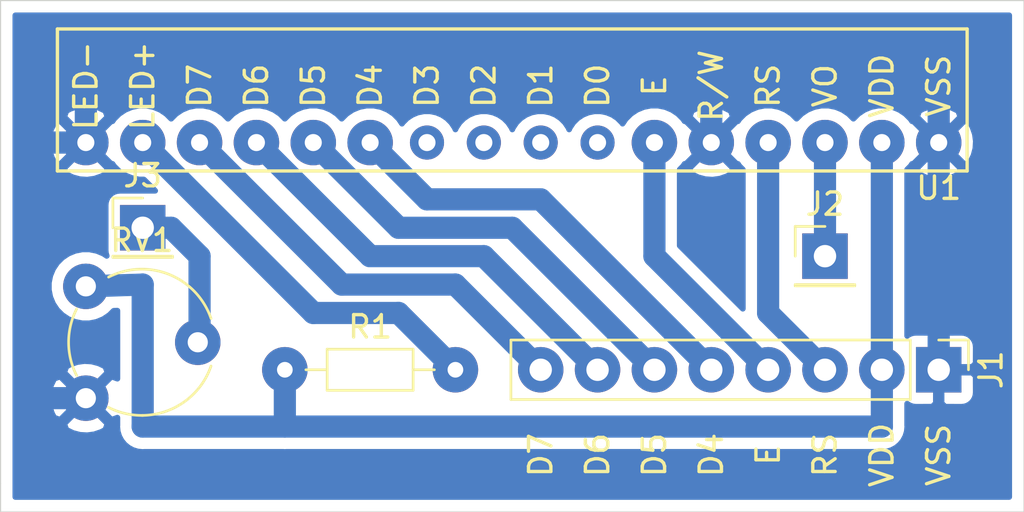
<source format=kicad_pcb>
(kicad_pcb (version 20171130) (host pcbnew 5.1.5-52549c5~84~ubuntu18.04.1)

  (general
    (thickness 1.6)
    (drawings 5)
    (tracks 39)
    (zones 0)
    (modules 6)
    (nets 15)
  )

  (page A4)
  (layers
    (0 F.Cu signal)
    (31 B.Cu signal)
    (32 B.Adhes user)
    (33 F.Adhes user)
    (34 B.Paste user)
    (35 F.Paste user)
    (36 B.SilkS user)
    (37 F.SilkS user)
    (38 B.Mask user)
    (39 F.Mask user)
    (40 Dwgs.User user)
    (41 Cmts.User user)
    (42 Eco1.User user)
    (43 Eco2.User user)
    (44 Edge.Cuts user)
    (45 Margin user)
    (46 B.CrtYd user)
    (47 F.CrtYd user)
    (48 B.Fab user)
    (49 F.Fab user)
  )

  (setup
    (last_trace_width 0.25)
    (user_trace_width 0.9906)
    (trace_clearance 0.2)
    (zone_clearance 0.508)
    (zone_45_only no)
    (trace_min 0.2)
    (via_size 0.8)
    (via_drill 0.4)
    (via_min_size 0.4)
    (via_min_drill 0.3)
    (uvia_size 0.3)
    (uvia_drill 0.1)
    (uvias_allowed no)
    (uvia_min_size 0.2)
    (uvia_min_drill 0.1)
    (edge_width 0.05)
    (segment_width 0.2)
    (pcb_text_width 0.3)
    (pcb_text_size 1.5 1.5)
    (mod_edge_width 0.12)
    (mod_text_size 1 1)
    (mod_text_width 0.15)
    (pad_size 2.032 2.032)
    (pad_drill 1)
    (pad_to_mask_clearance 0.051)
    (solder_mask_min_width 0.25)
    (aux_axis_origin 0 0)
    (visible_elements FFFFFF7F)
    (pcbplotparams
      (layerselection 0x01000_fffffffe)
      (usegerberextensions false)
      (usegerberattributes false)
      (usegerberadvancedattributes false)
      (creategerberjobfile false)
      (excludeedgelayer true)
      (linewidth 0.100000)
      (plotframeref false)
      (viasonmask false)
      (mode 1)
      (useauxorigin false)
      (hpglpennumber 1)
      (hpglpenspeed 20)
      (hpglpendiameter 15.000000)
      (psnegative false)
      (psa4output false)
      (plotreference true)
      (plotvalue true)
      (plotinvisibletext false)
      (padsonsilk false)
      (subtractmaskfromsilk false)
      (outputformat 4)
      (mirror false)
      (drillshape 0)
      (scaleselection 1)
      (outputdirectory "./PDF"))
  )

  (net 0 "")
  (net 1 "Net-(J1-Pad8)")
  (net 2 "Net-(J1-Pad7)")
  (net 3 "Net-(J1-Pad6)")
  (net 4 "Net-(J1-Pad5)")
  (net 5 "Net-(J1-Pad4)")
  (net 6 "Net-(J1-Pad3)")
  (net 7 "Net-(J1-Pad2)")
  (net 8 "Net-(J1-Pad1)")
  (net 9 "Net-(R1-Pad2)")
  (net 10 "Net-(U1-Pad7)")
  (net 11 "Net-(U1-Pad8)")
  (net 12 "Net-(U1-Pad9)")
  (net 13 "Net-(U1-Pad10)")
  (net 14 "Net-(J2-Pad1)")

  (net_class Default "This is the default net class."
    (clearance 0.2)
    (trace_width 0.25)
    (via_dia 0.8)
    (via_drill 0.4)
    (uvia_dia 0.3)
    (uvia_drill 0.1)
    (add_net "Net-(J1-Pad1)")
    (add_net "Net-(J1-Pad2)")
    (add_net "Net-(J1-Pad3)")
    (add_net "Net-(J1-Pad4)")
    (add_net "Net-(J1-Pad5)")
    (add_net "Net-(J1-Pad6)")
    (add_net "Net-(J1-Pad7)")
    (add_net "Net-(J1-Pad8)")
    (add_net "Net-(J2-Pad1)")
    (add_net "Net-(R1-Pad2)")
    (add_net "Net-(U1-Pad10)")
    (add_net "Net-(U1-Pad7)")
    (add_net "Net-(U1-Pad8)")
    (add_net "Net-(U1-Pad9)")
  )

  (net_class "39 mil track" ""
    (clearance 0.2)
    (trace_width 0.9906)
    (via_dia 0.8)
    (via_drill 0.4)
    (uvia_dia 0.3)
    (uvia_drill 0.1)
  )

  (module Connector_PinHeader_2.54mm:PinHeader_1x01_P2.54mm_Vertical (layer F.Cu) (tedit 5E3D9151) (tstamp 5E3C4385)
    (at 130.81 100.33)
    (descr "Through hole straight pin header, 1x01, 2.54mm pitch, single row")
    (tags "Through hole pin header THT 1x01 2.54mm single row")
    (path /5E3DB593)
    (fp_text reference J3 (at 0 -2.33) (layer F.SilkS)
      (effects (font (size 1 1) (thickness 0.15)))
    )
    (fp_text value Conn_01x01_Female (at 0 2.33) (layer F.Fab) hide
      (effects (font (size 1 1) (thickness 0.15)))
    )
    (fp_text user %R (at 0 0 90) (layer F.Fab)
      (effects (font (size 1 1) (thickness 0.15)))
    )
    (fp_line (start 1.8 -1.8) (end -1.8 -1.8) (layer F.CrtYd) (width 0.05))
    (fp_line (start 1.8 1.8) (end 1.8 -1.8) (layer F.CrtYd) (width 0.05))
    (fp_line (start -1.8 1.8) (end 1.8 1.8) (layer F.CrtYd) (width 0.05))
    (fp_line (start -1.8 -1.8) (end -1.8 1.8) (layer F.CrtYd) (width 0.05))
    (fp_line (start -1.33 -1.33) (end 0 -1.33) (layer F.SilkS) (width 0.12))
    (fp_line (start -1.33 0) (end -1.33 -1.33) (layer F.SilkS) (width 0.12))
    (fp_line (start -1.33 1.27) (end 1.33 1.27) (layer F.SilkS) (width 0.12))
    (fp_line (start 1.33 1.27) (end 1.33 1.33) (layer F.SilkS) (width 0.12))
    (fp_line (start -1.33 1.27) (end -1.33 1.33) (layer F.SilkS) (width 0.12))
    (fp_line (start -1.33 1.33) (end 1.33 1.33) (layer F.SilkS) (width 0.12))
    (fp_line (start -1.27 -0.635) (end -0.635 -1.27) (layer F.Fab) (width 0.1))
    (fp_line (start -1.27 1.27) (end -1.27 -0.635) (layer F.Fab) (width 0.1))
    (fp_line (start 1.27 1.27) (end -1.27 1.27) (layer F.Fab) (width 0.1))
    (fp_line (start 1.27 -1.27) (end 1.27 1.27) (layer F.Fab) (width 0.1))
    (fp_line (start -0.635 -1.27) (end 1.27 -1.27) (layer F.Fab) (width 0.1))
    (pad 1 thru_hole rect (at 0 0) (size 2.032 2.032) (drill 1) (layers *.Cu *.Mask)
      (net 14 "Net-(J2-Pad1)"))
    (model ${KISYS3DMOD}/Connector_PinHeader_2.54mm.3dshapes/PinHeader_1x01_P2.54mm_Vertical.wrl
      (at (xyz 0 0 0))
      (scale (xyz 1 1 1))
      (rotate (xyz 0 0 0))
    )
  )

  (module Connector_PinHeader_2.54mm:PinHeader_1x01_P2.54mm_Vertical (layer F.Cu) (tedit 5E3D9143) (tstamp 5E3C4370)
    (at 161.29 101.6)
    (descr "Through hole straight pin header, 1x01, 2.54mm pitch, single row")
    (tags "Through hole pin header THT 1x01 2.54mm single row")
    (path /5E3DD132)
    (fp_text reference J2 (at 0 -2.33) (layer F.SilkS)
      (effects (font (size 1 1) (thickness 0.15)))
    )
    (fp_text value Conn_01x01_Female (at 0 2.33) (layer F.Fab) hide
      (effects (font (size 1 1) (thickness 0.15)))
    )
    (fp_text user %R (at 0 0 90) (layer F.Fab)
      (effects (font (size 1 1) (thickness 0.15)))
    )
    (fp_line (start 1.8 -1.8) (end -1.8 -1.8) (layer F.CrtYd) (width 0.05))
    (fp_line (start 1.8 1.8) (end 1.8 -1.8) (layer F.CrtYd) (width 0.05))
    (fp_line (start -1.8 1.8) (end 1.8 1.8) (layer F.CrtYd) (width 0.05))
    (fp_line (start -1.8 -1.8) (end -1.8 1.8) (layer F.CrtYd) (width 0.05))
    (fp_line (start -1.33 -1.33) (end 0 -1.33) (layer F.SilkS) (width 0.12))
    (fp_line (start -1.33 0) (end -1.33 -1.33) (layer F.SilkS) (width 0.12))
    (fp_line (start -1.33 1.27) (end 1.33 1.27) (layer F.SilkS) (width 0.12))
    (fp_line (start 1.33 1.27) (end 1.33 1.33) (layer F.SilkS) (width 0.12))
    (fp_line (start -1.33 1.27) (end -1.33 1.33) (layer F.SilkS) (width 0.12))
    (fp_line (start -1.33 1.33) (end 1.33 1.33) (layer F.SilkS) (width 0.12))
    (fp_line (start -1.27 -0.635) (end -0.635 -1.27) (layer F.Fab) (width 0.1))
    (fp_line (start -1.27 1.27) (end -1.27 -0.635) (layer F.Fab) (width 0.1))
    (fp_line (start 1.27 1.27) (end -1.27 1.27) (layer F.Fab) (width 0.1))
    (fp_line (start 1.27 -1.27) (end 1.27 1.27) (layer F.Fab) (width 0.1))
    (fp_line (start -0.635 -1.27) (end 1.27 -1.27) (layer F.Fab) (width 0.1))
    (pad 1 thru_hole rect (at 0 0) (size 2.032 2.032) (drill 1) (layers *.Cu *.Mask)
      (net 14 "Net-(J2-Pad1)"))
    (model ${KISYS3DMOD}/Connector_PinHeader_2.54mm.3dshapes/PinHeader_1x01_P2.54mm_Vertical.wrl
      (at (xyz 0 0 0))
      (scale (xyz 1 1 1))
      (rotate (xyz 0 0 0))
    )
  )

  (module "My_Headers:16-pin header for LCD HD44780" (layer F.Cu) (tedit 5E3D9132) (tstamp 5E3BCC34)
    (at 166.37 99.06 180)
    (path /5E3B0F7F)
    (fp_text reference U1 (at 0 0.5) (layer F.SilkS)
      (effects (font (size 1 1) (thickness 0.15)))
    )
    (fp_text value LCD_HD44780 (at 17.78 0) (layer F.Fab) hide
      (effects (font (size 1 1) (thickness 0.15)))
    )
    (fp_line (start 39.37 1.27) (end -1.27 1.27) (layer F.SilkS) (width 0.15))
    (fp_line (start 39.37 7.62) (end 39.37 1.27) (layer F.SilkS) (width 0.15))
    (fp_line (start -1.27 7.62) (end 39.37 7.62) (layer F.SilkS) (width 0.15))
    (fp_line (start -1.27 1.27) (end -1.27 7.62) (layer F.SilkS) (width 0.15))
    (fp_text user LED- (at 38.1 5.08 90) (layer F.SilkS)
      (effects (font (size 1 1) (thickness 0.15)))
    )
    (fp_text user LED+ (at 35.56 5.08 90) (layer F.SilkS)
      (effects (font (size 1 1) (thickness 0.15)))
    )
    (fp_text user D7 (at 33.02 5.08 90) (layer F.SilkS)
      (effects (font (size 1 1) (thickness 0.15)))
    )
    (fp_text user D5 (at 27.94 5.08 90) (layer F.SilkS)
      (effects (font (size 1 1) (thickness 0.15)))
    )
    (fp_text user D6 (at 30.48 5.08 90) (layer F.SilkS)
      (effects (font (size 1 1) (thickness 0.15)))
    )
    (fp_text user D4 (at 25.4 5.08 90) (layer F.SilkS)
      (effects (font (size 1 1) (thickness 0.15)))
    )
    (fp_text user D3 (at 22.86 5.08 90) (layer F.SilkS)
      (effects (font (size 1 1) (thickness 0.15)))
    )
    (fp_text user D2 (at 20.32 5.08 90) (layer F.SilkS)
      (effects (font (size 1 1) (thickness 0.15)))
    )
    (fp_text user D1 (at 17.78 5.08 90) (layer F.SilkS)
      (effects (font (size 1 1) (thickness 0.15)))
    )
    (fp_text user D0 (at 15.24 5.08 90) (layer F.SilkS)
      (effects (font (size 1 1) (thickness 0.15)))
    )
    (fp_text user E (at 12.7 5.08 90) (layer F.SilkS)
      (effects (font (size 1 1) (thickness 0.15)))
    )
    (fp_text user R/W (at 10.16 5.08 90) (layer F.SilkS)
      (effects (font (size 1 1) (thickness 0.15)))
    )
    (fp_text user RS (at 7.62 5.08 90) (layer F.SilkS)
      (effects (font (size 1 1) (thickness 0.15)))
    )
    (fp_text user VO (at 5.08 5.08 90) (layer F.SilkS)
      (effects (font (size 1 1) (thickness 0.15)))
    )
    (fp_text user VDD (at 2.54 5.08 90) (layer F.SilkS)
      (effects (font (size 1 1) (thickness 0.15)))
    )
    (fp_text user VSS (at 0 5.08 90) (layer F.SilkS)
      (effects (font (size 1 1) (thickness 0.15)))
    )
    (pad 1 thru_hole circle (at 0 2.54 180) (size 2.032 2.032) (drill 0.762) (layers *.Cu *.Mask)
      (net 8 "Net-(J1-Pad1)"))
    (pad 2 thru_hole circle (at 2.54 2.54 180) (size 2.032 2.032) (drill 0.762) (layers *.Cu *.Mask)
      (net 7 "Net-(J1-Pad2)"))
    (pad 3 thru_hole circle (at 5.08 2.54 180) (size 2.032 2.032) (drill 0.762) (layers *.Cu *.Mask)
      (net 14 "Net-(J2-Pad1)"))
    (pad 4 thru_hole circle (at 7.62 2.54 180) (size 2.032 2.032) (drill 0.762) (layers *.Cu *.Mask)
      (net 6 "Net-(J1-Pad3)"))
    (pad 5 thru_hole circle (at 10.16 2.54 180) (size 2.032 2.032) (drill 0.762) (layers *.Cu *.Mask)
      (net 8 "Net-(J1-Pad1)"))
    (pad 6 thru_hole circle (at 12.7 2.54 180) (size 2.032 2.032) (drill 0.762) (layers *.Cu *.Mask)
      (net 5 "Net-(J1-Pad4)"))
    (pad 7 thru_hole circle (at 15.24 2.54 180) (size 1.524 1.524) (drill 0.762) (layers *.Cu *.Mask)
      (net 10 "Net-(U1-Pad7)"))
    (pad 8 thru_hole circle (at 17.78 2.54 180) (size 1.524 1.524) (drill 0.762) (layers *.Cu *.Mask)
      (net 11 "Net-(U1-Pad8)"))
    (pad 9 thru_hole circle (at 20.32 2.54 180) (size 1.524 1.524) (drill 0.762) (layers *.Cu *.Mask)
      (net 12 "Net-(U1-Pad9)"))
    (pad 10 thru_hole circle (at 22.86 2.54 180) (size 1.524 1.524) (drill 0.762) (layers *.Cu *.Mask)
      (net 13 "Net-(U1-Pad10)"))
    (pad 11 thru_hole circle (at 25.4 2.54 180) (size 2.032 2.032) (drill 0.762) (layers *.Cu *.Mask)
      (net 4 "Net-(J1-Pad5)"))
    (pad 12 thru_hole circle (at 27.94 2.54 180) (size 2.032 2.032) (drill 0.762) (layers *.Cu *.Mask)
      (net 3 "Net-(J1-Pad6)"))
    (pad 13 thru_hole circle (at 30.48 2.54 180) (size 2.032 2.032) (drill 0.762) (layers *.Cu *.Mask)
      (net 2 "Net-(J1-Pad7)"))
    (pad 14 thru_hole circle (at 33.02 2.54 180) (size 2.032 2.032) (drill 0.762) (layers *.Cu *.Mask)
      (net 1 "Net-(J1-Pad8)"))
    (pad 15 thru_hole circle (at 35.56 2.54 180) (size 2.032 2.032) (drill 0.762) (layers *.Cu *.Mask)
      (net 9 "Net-(R1-Pad2)"))
    (pad 16 thru_hole circle (at 38.1 2.54 180) (size 2.032 2.032) (drill 0.762) (layers *.Cu *.Mask)
      (net 8 "Net-(J1-Pad1)"))
  )

  (module Potentiometer_THT:Potentiometer_Piher_PT-6-V_Vertical (layer F.Cu) (tedit 5E3D90A9) (tstamp 5E3BCC0C)
    (at 128.27 107.95)
    (descr "Potentiometer, vertical, Piher PT-6-V, http://www.piher-nacesa.com/pdf/11-PT6v03.pdf")
    (tags "Potentiometer vertical Piher PT-6-V")
    (path /5E3B1E6C)
    (fp_text reference RV1 (at 2.5 -7.06) (layer F.SilkS)
      (effects (font (size 1 1) (thickness 0.15)))
    )
    (fp_text value 10k (at 2.5 2.06) (layer F.Fab)
      (effects (font (size 1 1) (thickness 0.15)))
    )
    (fp_text user %R (at 0.55 -2.5 90) (layer F.Fab)
      (effects (font (size 1 1) (thickness 0.15)))
    )
    (fp_line (start 6.1 -6.1) (end -1.1 -6.1) (layer F.CrtYd) (width 0.05))
    (fp_line (start 6.1 1.1) (end 6.1 -6.1) (layer F.CrtYd) (width 0.05))
    (fp_line (start -1.1 1.1) (end 6.1 1.1) (layer F.CrtYd) (width 0.05))
    (fp_line (start -1.1 -6.1) (end -1.1 1.1) (layer F.CrtYd) (width 0.05))
    (fp_circle (center 2.5 -2.5) (end 3.4 -2.5) (layer F.Fab) (width 0.1))
    (fp_circle (center 2.5 -2.5) (end 5.65 -2.5) (layer F.Fab) (width 0.1))
    (fp_arc (start 2.5 -2.5) (end 1.015 0.414) (angle -28) (layer F.SilkS) (width 0.12))
    (fp_arc (start 2.5 -2.5) (end -0.414 -3.984) (angle -54) (layer F.SilkS) (width 0.12))
    (fp_arc (start 2.5 -2.5) (end 5.592 -3.564) (angle -98) (layer F.SilkS) (width 0.12))
    (fp_arc (start 2.5 -2.5) (end 2.5 0.77) (angle -71) (layer F.SilkS) (width 0.12))
    (pad 1 thru_hole circle (at 0 0) (size 2.032 2.032) (drill 0.9) (layers *.Cu *.Mask)
      (net 8 "Net-(J1-Pad1)"))
    (pad 2 thru_hole circle (at 5 -2.5) (size 2.032 2.032) (drill 0.9) (layers *.Cu *.Mask)
      (net 14 "Net-(J2-Pad1)"))
    (pad 3 thru_hole circle (at 0 -5) (size 2.032 2.032) (drill 0.9) (layers *.Cu *.Mask)
      (net 7 "Net-(J1-Pad2)"))
    (model ${KISYS3DMOD}/Potentiometer_THT.3dshapes/Potentiometer_Piher_PT-6-V_Vertical.wrl
      (at (xyz 0 0 0))
      (scale (xyz 1 1 1))
      (rotate (xyz 0 0 0))
    )
  )

  (module Resistor_THT:R_Axial_DIN0204_L3.6mm_D1.6mm_P7.62mm_Horizontal (layer F.Cu) (tedit 5E3D919B) (tstamp 5E3BCBFA)
    (at 137.16 106.68)
    (descr "Resistor, Axial_DIN0204 series, Axial, Horizontal, pin pitch=7.62mm, 0.167W, length*diameter=3.6*1.6mm^2, http://cdn-reichelt.de/documents/datenblatt/B400/1_4W%23YAG.pdf")
    (tags "Resistor Axial_DIN0204 series Axial Horizontal pin pitch 7.62mm 0.167W length 3.6mm diameter 1.6mm")
    (path /5E3B2793)
    (fp_text reference R1 (at 3.81 -1.92) (layer F.SilkS)
      (effects (font (size 1 1) (thickness 0.15)))
    )
    (fp_text value 220R (at 3.81 1.92) (layer F.Fab)
      (effects (font (size 1 1) (thickness 0.15)))
    )
    (fp_text user %R (at 3.81 0) (layer F.Fab)
      (effects (font (size 0.72 0.72) (thickness 0.108)))
    )
    (fp_line (start 8.57 -1.05) (end -0.95 -1.05) (layer F.CrtYd) (width 0.05))
    (fp_line (start 8.57 1.05) (end 8.57 -1.05) (layer F.CrtYd) (width 0.05))
    (fp_line (start -0.95 1.05) (end 8.57 1.05) (layer F.CrtYd) (width 0.05))
    (fp_line (start -0.95 -1.05) (end -0.95 1.05) (layer F.CrtYd) (width 0.05))
    (fp_line (start 6.68 0) (end 5.73 0) (layer F.SilkS) (width 0.12))
    (fp_line (start 0.94 0) (end 1.89 0) (layer F.SilkS) (width 0.12))
    (fp_line (start 5.73 -0.92) (end 1.89 -0.92) (layer F.SilkS) (width 0.12))
    (fp_line (start 5.73 0.92) (end 5.73 -0.92) (layer F.SilkS) (width 0.12))
    (fp_line (start 1.89 0.92) (end 5.73 0.92) (layer F.SilkS) (width 0.12))
    (fp_line (start 1.89 -0.92) (end 1.89 0.92) (layer F.SilkS) (width 0.12))
    (fp_line (start 7.62 0) (end 5.61 0) (layer F.Fab) (width 0.1))
    (fp_line (start 0 0) (end 2.01 0) (layer F.Fab) (width 0.1))
    (fp_line (start 5.61 -0.8) (end 2.01 -0.8) (layer F.Fab) (width 0.1))
    (fp_line (start 5.61 0.8) (end 5.61 -0.8) (layer F.Fab) (width 0.1))
    (fp_line (start 2.01 0.8) (end 5.61 0.8) (layer F.Fab) (width 0.1))
    (fp_line (start 2.01 -0.8) (end 2.01 0.8) (layer F.Fab) (width 0.1))
    (pad 2 thru_hole circle (at 7.62 0) (size 2.032 2.032) (drill 0.7) (layers *.Cu *.Mask)
      (net 9 "Net-(R1-Pad2)"))
    (pad 1 thru_hole circle (at 0 0) (size 2.032 2.032) (drill 0.7) (layers *.Cu *.Mask)
      (net 7 "Net-(J1-Pad2)"))
    (model ${KISYS3DMOD}/Resistor_THT.3dshapes/R_Axial_DIN0204_L3.6mm_D1.6mm_P7.62mm_Horizontal.wrl
      (at (xyz 0 0 0))
      (scale (xyz 1 1 1))
      (rotate (xyz 0 0 0))
    )
  )

  (module My_Headers:8-pin_LCD_header (layer F.Cu) (tedit 5E3D927C) (tstamp 5E3BCBE3)
    (at 166.37 106.68 270)
    (descr "Through hole straight pin header, 1x08, 2.54mm pitch, single row")
    (tags "Through hole pin header THT 1x08 2.54mm single row")
    (path /5E3BAB14)
    (fp_text reference J1 (at 0 -2.33 90) (layer F.SilkS)
      (effects (font (size 1 1) (thickness 0.15)))
    )
    (fp_text value 8-pin_female_header_LCD_interface (at 0 20.11 90) (layer F.Fab) hide
      (effects (font (size 1 1) (thickness 0.15)))
    )
    (fp_text user D7 (at 3.81 17.78 90) (layer F.SilkS)
      (effects (font (size 1 1) (thickness 0.15)))
    )
    (fp_text user D6 (at 3.81 15.24 90) (layer F.SilkS)
      (effects (font (size 1 1) (thickness 0.15)))
    )
    (fp_text user D5 (at 3.81 12.7 90) (layer F.SilkS)
      (effects (font (size 1 1) (thickness 0.15)))
    )
    (fp_text user D4 (at 3.81 10.16 90) (layer F.SilkS)
      (effects (font (size 1 1) (thickness 0.15)))
    )
    (fp_text user E (at 3.81 7.62 90) (layer F.SilkS)
      (effects (font (size 1 1) (thickness 0.15)))
    )
    (fp_text user RS (at 3.81 5.08 90) (layer F.SilkS)
      (effects (font (size 1 1) (thickness 0.15)))
    )
    (fp_text user VDD (at 3.81 2.54 90) (layer F.SilkS)
      (effects (font (size 1 1) (thickness 0.15)))
    )
    (fp_text user VSS (at 3.81 0 90) (layer F.SilkS)
      (effects (font (size 1 1) (thickness 0.15)))
    )
    (fp_text user %R (at 0 8.89) (layer F.Fab)
      (effects (font (size 1 1) (thickness 0.15)))
    )
    (fp_line (start 1.8 -1.8) (end -1.8 -1.8) (layer F.CrtYd) (width 0.05))
    (fp_line (start 1.8 19.55) (end 1.8 -1.8) (layer F.CrtYd) (width 0.05))
    (fp_line (start -1.8 19.55) (end 1.8 19.55) (layer F.CrtYd) (width 0.05))
    (fp_line (start -1.8 -1.8) (end -1.8 19.55) (layer F.CrtYd) (width 0.05))
    (fp_line (start -1.33 -1.33) (end 0 -1.33) (layer F.SilkS) (width 0.12))
    (fp_line (start -1.33 0) (end -1.33 -1.33) (layer F.SilkS) (width 0.12))
    (fp_line (start -1.33 1.27) (end 1.33 1.27) (layer F.SilkS) (width 0.12))
    (fp_line (start 1.33 1.27) (end 1.33 19.11) (layer F.SilkS) (width 0.12))
    (fp_line (start -1.33 1.27) (end -1.33 19.11) (layer F.SilkS) (width 0.12))
    (fp_line (start -1.33 19.11) (end 1.33 19.11) (layer F.SilkS) (width 0.12))
    (fp_line (start -1.27 -0.635) (end -0.635 -1.27) (layer F.Fab) (width 0.1))
    (fp_line (start -1.27 19.05) (end -1.27 -0.635) (layer F.Fab) (width 0.1))
    (fp_line (start 1.27 19.05) (end -1.27 19.05) (layer F.Fab) (width 0.1))
    (fp_line (start 1.27 -1.27) (end 1.27 19.05) (layer F.Fab) (width 0.1))
    (fp_line (start -0.635 -1.27) (end 1.27 -1.27) (layer F.Fab) (width 0.1))
    (pad 8 thru_hole circle (at 0 17.78 270) (size 2.032 2.032) (drill 1) (layers *.Cu *.Mask)
      (net 1 "Net-(J1-Pad8)"))
    (pad 7 thru_hole circle (at 0 15.24 270) (size 2.032 2.032) (drill 1) (layers *.Cu *.Mask)
      (net 2 "Net-(J1-Pad7)"))
    (pad 6 thru_hole circle (at 0 12.7 270) (size 2.032 2.032) (drill 1) (layers *.Cu *.Mask)
      (net 3 "Net-(J1-Pad6)"))
    (pad 5 thru_hole circle (at 0 10.16 270) (size 2.032 2.032) (drill 1) (layers *.Cu *.Mask)
      (net 4 "Net-(J1-Pad5)"))
    (pad 4 thru_hole circle (at 0 7.62 270) (size 2.032 2.032) (drill 1) (layers *.Cu *.Mask)
      (net 5 "Net-(J1-Pad4)"))
    (pad 3 thru_hole circle (at 0 5.08 270) (size 2.032 2.032) (drill 1) (layers *.Cu *.Mask)
      (net 6 "Net-(J1-Pad3)"))
    (pad 2 thru_hole circle (at 0 2.54 270) (size 2.032 2.032) (drill 1) (layers *.Cu *.Mask)
      (net 7 "Net-(J1-Pad2)"))
    (pad 1 thru_hole rect (at 0 0 270) (size 2.032 2.032) (drill 1) (layers *.Cu *.Mask)
      (net 8 "Net-(J1-Pad1)"))
    (model ${KISYS3DMOD}/Connector_PinHeader_2.54mm.3dshapes/PinHeader_1x08_P2.54mm_Vertical.wrl
      (at (xyz 0 0 0))
      (scale (xyz 1 1 1))
      (rotate (xyz 0 0 0))
    )
  )

  (gr_line (start 170.18 90.17) (end 124.46 90.17) (layer Edge.Cuts) (width 0.05) (tstamp 5E3C4540))
  (gr_line (start 170.18 113.03) (end 170.18 90.17) (layer Edge.Cuts) (width 0.05))
  (gr_line (start 124.46 113.03) (end 170.18 113.03) (layer Edge.Cuts) (width 0.05))
  (gr_line (start 124.46 111.76) (end 124.46 113.03) (layer Edge.Cuts) (width 0.05))
  (gr_line (start 124.46 90.17) (end 124.46 111.76) (layer Edge.Cuts) (width 0.05))

  (segment (start 148.59 106.68) (end 144.78 102.87) (width 0.9906) (layer B.Cu) (net 1))
  (segment (start 144.78 102.87) (end 139.7 102.87) (width 0.9906) (layer B.Cu) (net 1))
  (segment (start 139.7 102.87) (end 133.35 96.52) (width 0.9906) (layer B.Cu) (net 1))
  (segment (start 151.13 106.68) (end 146.05 101.6) (width 0.9906) (layer B.Cu) (net 2))
  (segment (start 146.05 101.6) (end 140.97 101.6) (width 0.9906) (layer B.Cu) (net 2))
  (segment (start 140.97 101.6) (end 135.89 96.52) (width 0.9906) (layer B.Cu) (net 2))
  (segment (start 153.67 106.68) (end 147.32 100.33) (width 0.9906) (layer B.Cu) (net 3))
  (segment (start 147.32 100.33) (end 142.24 100.33) (width 0.9906) (layer B.Cu) (net 3))
  (segment (start 142.24 100.33) (end 138.43 96.52) (width 0.9906) (layer B.Cu) (net 3))
  (segment (start 156.21 106.68) (end 148.59 99.06) (width 0.9906) (layer B.Cu) (net 4))
  (segment (start 148.59 99.06) (end 143.51 99.06) (width 0.9906) (layer B.Cu) (net 4))
  (segment (start 143.51 99.06) (end 140.97 96.52) (width 0.9906) (layer B.Cu) (net 4))
  (segment (start 153.67 96.52) (end 153.67 101.6) (width 0.9906) (layer B.Cu) (net 5))
  (segment (start 153.67 101.6) (end 158.75 106.68) (width 0.9906) (layer B.Cu) (net 5))
  (segment (start 158.75 96.52) (end 158.75 104.14) (width 0.9906) (layer B.Cu) (net 6))
  (segment (start 158.75 104.14) (end 161.29 106.68) (width 0.9906) (layer B.Cu) (net 6))
  (segment (start 163.83 96.52) (end 163.83 106.68) (width 0.9906) (layer B.Cu) (net 7))
  (segment (start 163.83 106.68) (end 163.83 109.22) (width 0.9906) (layer B.Cu) (net 7))
  (segment (start 130.81 109.22) (end 130.81 102.87) (width 0.9906) (layer B.Cu) (net 7))
  (segment (start 128.27 102.95) (end 130.81 102.87) (width 0.9906) (layer B.Cu) (net 7))
  (segment (start 137.16 106.68) (end 137.16 109.22) (width 0.9906) (layer B.Cu) (net 7))
  (segment (start 163.83 109.22) (end 137.16 109.22) (width 0.9906) (layer B.Cu) (net 7))
  (segment (start 137.16 109.22) (end 130.81 109.22) (width 0.9906) (layer B.Cu) (net 7))
  (segment (start 166.37 96.52) (end 166.37 106.68) (width 0.9906) (layer B.Cu) (net 8))
  (segment (start 166.37 96.52) (end 166.37 93.98) (width 0.9906) (layer B.Cu) (net 8))
  (segment (start 166.37 93.98) (end 156.21 93.98) (width 0.9906) (layer B.Cu) (net 8))
  (segment (start 156.21 93.98) (end 156.21 96.52) (width 0.9906) (layer B.Cu) (net 8))
  (segment (start 156.21 93.98) (end 128.27 93.98) (width 0.9906) (layer B.Cu) (net 8))
  (segment (start 128.27 93.98) (end 128.27 96.52) (width 0.9906) (layer B.Cu) (net 8))
  (segment (start 128.27 96.52) (end 125.73 96.52) (width 0.9906) (layer B.Cu) (net 8))
  (segment (start 125.73 96.52) (end 125.73 107.95) (width 0.9906) (layer B.Cu) (net 8))
  (segment (start 125.73 107.95) (end 128.27 107.95) (width 0.9906) (layer B.Cu) (net 8))
  (segment (start 130.81 96.52) (end 138.43 104.14) (width 0.9906) (layer B.Cu) (net 9))
  (segment (start 138.43 104.14) (end 142.24 104.14) (width 0.9906) (layer B.Cu) (net 9))
  (segment (start 142.24 104.14) (end 144.78 106.68) (width 0.9906) (layer B.Cu) (net 9))
  (segment (start 161.29 96.52) (end 161.29 101.6) (width 0.9906) (layer B.Cu) (net 14))
  (segment (start 130.81 100.33) (end 132.08 100.33) (width 0.9906) (layer B.Cu) (net 14))
  (segment (start 132.08 100.33) (end 133.35 101.6) (width 0.9906) (layer B.Cu) (net 14))
  (segment (start 133.35 101.6) (end 133.35 105.41) (width 0.9906) (layer B.Cu) (net 14))

  (zone (net 8) (net_name "Net-(J1-Pad1)") (layer B.Cu) (tstamp 0) (hatch edge 0.508)
    (connect_pads (clearance 0.508))
    (min_thickness 0.254)
    (fill yes (arc_segments 32) (thermal_gap 0.508) (thermal_bridge_width 0.508))
    (polygon
      (pts
        (xy 170.18 113.03) (xy 124.46 113.03) (xy 124.46 90.17) (xy 170.18 90.17)
      )
    )
    (filled_polygon
      (pts
        (xy 169.52 112.37) (xy 125.12 112.37) (xy 125.12 109.096823) (xy 127.302782 109.096823) (xy 127.400478 109.36286)
        (xy 127.692821 109.505348) (xy 128.007344 109.588064) (xy 128.331962 109.607831) (xy 128.654198 109.563888) (xy 128.96167 109.457924)
        (xy 129.139522 109.36286) (xy 129.237218 109.096823) (xy 128.27 108.129605) (xy 127.302782 109.096823) (xy 125.12 109.096823)
        (xy 125.12 108.011962) (xy 126.612169 108.011962) (xy 126.656112 108.334198) (xy 126.762076 108.64167) (xy 126.85714 108.819522)
        (xy 127.123177 108.917218) (xy 128.090395 107.95) (xy 127.123177 106.982782) (xy 126.85714 107.080478) (xy 126.714652 107.372821)
        (xy 126.631936 107.687344) (xy 126.612169 108.011962) (xy 125.12 108.011962) (xy 125.12 106.803177) (xy 127.302782 106.803177)
        (xy 128.27 107.770395) (xy 129.237218 106.803177) (xy 129.139522 106.53714) (xy 128.847179 106.394652) (xy 128.532656 106.311936)
        (xy 128.208038 106.292169) (xy 127.885802 106.336112) (xy 127.57833 106.442076) (xy 127.400478 106.53714) (xy 127.302782 106.803177)
        (xy 125.12 106.803177) (xy 125.12 102.787391) (xy 126.619 102.787391) (xy 126.619 103.112609) (xy 126.682447 103.431579)
        (xy 126.806903 103.732042) (xy 126.987585 104.002451) (xy 127.217549 104.232415) (xy 127.487958 104.413097) (xy 127.788421 104.537553)
        (xy 128.107391 104.601) (xy 128.432609 104.601) (xy 128.751579 104.537553) (xy 129.052042 104.413097) (xy 129.322451 104.232415)
        (xy 129.513161 104.041705) (xy 129.679701 104.03646) (xy 129.6797 107.079318) (xy 129.416823 106.982782) (xy 128.449605 107.95)
        (xy 129.416823 108.917218) (xy 129.6797 108.820682) (xy 129.6797 109.164471) (xy 129.674231 109.22) (xy 129.696054 109.441578)
        (xy 129.760686 109.65464) (xy 129.865643 109.850999) (xy 130.00689 110.02311) (xy 130.179001 110.164357) (xy 130.37536 110.269314)
        (xy 130.588422 110.333946) (xy 130.81 110.355769) (xy 130.865529 110.3503) (xy 137.104471 110.3503) (xy 137.16 110.355769)
        (xy 137.215529 110.3503) (xy 163.774471 110.3503) (xy 163.83 110.355769) (xy 163.885529 110.3503) (xy 164.051578 110.333946)
        (xy 164.26464 110.269314) (xy 164.460999 110.164357) (xy 164.63311 110.02311) (xy 164.774357 109.850999) (xy 164.879314 109.65464)
        (xy 164.943946 109.441578) (xy 164.965769 109.22) (xy 164.9603 109.164471) (xy 164.9603 108.194362) (xy 164.999506 108.226537)
        (xy 165.10982 108.285502) (xy 165.229518 108.321812) (xy 165.354 108.334072) (xy 166.08425 108.331) (xy 166.243 108.17225)
        (xy 166.243 106.807) (xy 166.497 106.807) (xy 166.497 108.17225) (xy 166.65575 108.331) (xy 167.386 108.334072)
        (xy 167.510482 108.321812) (xy 167.63018 108.285502) (xy 167.740494 108.226537) (xy 167.837185 108.147185) (xy 167.916537 108.050494)
        (xy 167.975502 107.94018) (xy 168.011812 107.820482) (xy 168.024072 107.696) (xy 168.021 106.96575) (xy 167.86225 106.807)
        (xy 166.497 106.807) (xy 166.243 106.807) (xy 166.223 106.807) (xy 166.223 106.553) (xy 166.243 106.553)
        (xy 166.243 105.18775) (xy 166.497 105.18775) (xy 166.497 106.553) (xy 167.86225 106.553) (xy 168.021 106.39425)
        (xy 168.024072 105.664) (xy 168.011812 105.539518) (xy 167.975502 105.41982) (xy 167.916537 105.309506) (xy 167.837185 105.212815)
        (xy 167.740494 105.133463) (xy 167.63018 105.074498) (xy 167.510482 105.038188) (xy 167.386 105.025928) (xy 166.65575 105.029)
        (xy 166.497 105.18775) (xy 166.243 105.18775) (xy 166.08425 105.029) (xy 165.354 105.025928) (xy 165.229518 105.038188)
        (xy 165.10982 105.074498) (xy 164.999506 105.133463) (xy 164.9603 105.165638) (xy 164.9603 97.724566) (xy 165.018043 97.666823)
        (xy 165.402782 97.666823) (xy 165.500478 97.93286) (xy 165.792821 98.075348) (xy 166.107344 98.158064) (xy 166.431962 98.177831)
        (xy 166.754198 98.133888) (xy 167.06167 98.027924) (xy 167.239522 97.93286) (xy 167.337218 97.666823) (xy 166.37 96.699605)
        (xy 165.402782 97.666823) (xy 165.018043 97.666823) (xy 165.112415 97.572451) (xy 165.179968 97.471351) (xy 165.223177 97.487218)
        (xy 166.190395 96.52) (xy 166.549605 96.52) (xy 167.516823 97.487218) (xy 167.78286 97.389522) (xy 167.925348 97.097179)
        (xy 168.008064 96.782656) (xy 168.027831 96.458038) (xy 167.983888 96.135802) (xy 167.877924 95.82833) (xy 167.78286 95.650478)
        (xy 167.516823 95.552782) (xy 166.549605 96.52) (xy 166.190395 96.52) (xy 165.223177 95.552782) (xy 165.179968 95.568649)
        (xy 165.112415 95.467549) (xy 165.018043 95.373177) (xy 165.402782 95.373177) (xy 166.37 96.340395) (xy 167.337218 95.373177)
        (xy 167.239522 95.10714) (xy 166.947179 94.964652) (xy 166.632656 94.881936) (xy 166.308038 94.862169) (xy 165.985802 94.906112)
        (xy 165.67833 95.012076) (xy 165.500478 95.10714) (xy 165.402782 95.373177) (xy 165.018043 95.373177) (xy 164.882451 95.237585)
        (xy 164.612042 95.056903) (xy 164.311579 94.932447) (xy 163.992609 94.869) (xy 163.667391 94.869) (xy 163.348421 94.932447)
        (xy 163.047958 95.056903) (xy 162.777549 95.237585) (xy 162.56 95.455134) (xy 162.342451 95.237585) (xy 162.072042 95.056903)
        (xy 161.771579 94.932447) (xy 161.452609 94.869) (xy 161.127391 94.869) (xy 160.808421 94.932447) (xy 160.507958 95.056903)
        (xy 160.237549 95.237585) (xy 160.02 95.455134) (xy 159.802451 95.237585) (xy 159.532042 95.056903) (xy 159.231579 94.932447)
        (xy 158.912609 94.869) (xy 158.587391 94.869) (xy 158.268421 94.932447) (xy 157.967958 95.056903) (xy 157.697549 95.237585)
        (xy 157.467585 95.467549) (xy 157.400032 95.568649) (xy 157.356823 95.552782) (xy 156.389605 96.52) (xy 157.356823 97.487218)
        (xy 157.400032 97.471351) (xy 157.467585 97.572451) (xy 157.6197 97.724566) (xy 157.619701 103.951216) (xy 154.8003 101.131816)
        (xy 154.8003 97.724566) (xy 154.858043 97.666823) (xy 155.242782 97.666823) (xy 155.340478 97.93286) (xy 155.632821 98.075348)
        (xy 155.947344 98.158064) (xy 156.271962 98.177831) (xy 156.594198 98.133888) (xy 156.90167 98.027924) (xy 157.079522 97.93286)
        (xy 157.177218 97.666823) (xy 156.21 96.699605) (xy 155.242782 97.666823) (xy 154.858043 97.666823) (xy 154.952415 97.572451)
        (xy 155.019968 97.471351) (xy 155.063177 97.487218) (xy 156.030395 96.52) (xy 155.063177 95.552782) (xy 155.019968 95.568649)
        (xy 154.952415 95.467549) (xy 154.858043 95.373177) (xy 155.242782 95.373177) (xy 156.21 96.340395) (xy 157.177218 95.373177)
        (xy 157.079522 95.10714) (xy 156.787179 94.964652) (xy 156.472656 94.881936) (xy 156.148038 94.862169) (xy 155.825802 94.906112)
        (xy 155.51833 95.012076) (xy 155.340478 95.10714) (xy 155.242782 95.373177) (xy 154.858043 95.373177) (xy 154.722451 95.237585)
        (xy 154.452042 95.056903) (xy 154.151579 94.932447) (xy 153.832609 94.869) (xy 153.507391 94.869) (xy 153.188421 94.932447)
        (xy 152.887958 95.056903) (xy 152.617549 95.237585) (xy 152.387585 95.467549) (xy 152.247258 95.677563) (xy 152.21512 95.629465)
        (xy 152.020535 95.43488) (xy 151.791727 95.281995) (xy 151.53749 95.176686) (xy 151.267592 95.123) (xy 150.992408 95.123)
        (xy 150.72251 95.176686) (xy 150.468273 95.281995) (xy 150.239465 95.43488) (xy 150.04488 95.629465) (xy 149.891995 95.858273)
        (xy 149.86 95.935515) (xy 149.828005 95.858273) (xy 149.67512 95.629465) (xy 149.480535 95.43488) (xy 149.251727 95.281995)
        (xy 148.99749 95.176686) (xy 148.727592 95.123) (xy 148.452408 95.123) (xy 148.18251 95.176686) (xy 147.928273 95.281995)
        (xy 147.699465 95.43488) (xy 147.50488 95.629465) (xy 147.351995 95.858273) (xy 147.32 95.935515) (xy 147.288005 95.858273)
        (xy 147.13512 95.629465) (xy 146.940535 95.43488) (xy 146.711727 95.281995) (xy 146.45749 95.176686) (xy 146.187592 95.123)
        (xy 145.912408 95.123) (xy 145.64251 95.176686) (xy 145.388273 95.281995) (xy 145.159465 95.43488) (xy 144.96488 95.629465)
        (xy 144.811995 95.858273) (xy 144.78 95.935515) (xy 144.748005 95.858273) (xy 144.59512 95.629465) (xy 144.400535 95.43488)
        (xy 144.171727 95.281995) (xy 143.91749 95.176686) (xy 143.647592 95.123) (xy 143.372408 95.123) (xy 143.10251 95.176686)
        (xy 142.848273 95.281995) (xy 142.619465 95.43488) (xy 142.42488 95.629465) (xy 142.392742 95.677563) (xy 142.252415 95.467549)
        (xy 142.022451 95.237585) (xy 141.752042 95.056903) (xy 141.451579 94.932447) (xy 141.132609 94.869) (xy 140.807391 94.869)
        (xy 140.488421 94.932447) (xy 140.187958 95.056903) (xy 139.917549 95.237585) (xy 139.7 95.455134) (xy 139.482451 95.237585)
        (xy 139.212042 95.056903) (xy 138.911579 94.932447) (xy 138.592609 94.869) (xy 138.267391 94.869) (xy 137.948421 94.932447)
        (xy 137.647958 95.056903) (xy 137.377549 95.237585) (xy 137.16 95.455134) (xy 136.942451 95.237585) (xy 136.672042 95.056903)
        (xy 136.371579 94.932447) (xy 136.052609 94.869) (xy 135.727391 94.869) (xy 135.408421 94.932447) (xy 135.107958 95.056903)
        (xy 134.837549 95.237585) (xy 134.62 95.455134) (xy 134.402451 95.237585) (xy 134.132042 95.056903) (xy 133.831579 94.932447)
        (xy 133.512609 94.869) (xy 133.187391 94.869) (xy 132.868421 94.932447) (xy 132.567958 95.056903) (xy 132.297549 95.237585)
        (xy 132.08 95.455134) (xy 131.862451 95.237585) (xy 131.592042 95.056903) (xy 131.291579 94.932447) (xy 130.972609 94.869)
        (xy 130.647391 94.869) (xy 130.328421 94.932447) (xy 130.027958 95.056903) (xy 129.757549 95.237585) (xy 129.527585 95.467549)
        (xy 129.460032 95.568649) (xy 129.416823 95.552782) (xy 128.449605 96.52) (xy 129.416823 97.487218) (xy 129.460032 97.471351)
        (xy 129.527585 97.572451) (xy 129.757549 97.802415) (xy 130.027958 97.983097) (xy 130.328421 98.107553) (xy 130.647391 98.171)
        (xy 130.862516 98.171) (xy 131.367444 98.675928) (xy 129.794 98.675928) (xy 129.669518 98.688188) (xy 129.54982 98.724498)
        (xy 129.439506 98.783463) (xy 129.342815 98.862815) (xy 129.263463 98.959506) (xy 129.204498 99.06982) (xy 129.168188 99.189518)
        (xy 129.155928 99.314) (xy 129.155928 101.346) (xy 129.168188 101.470482) (xy 129.203962 101.588413) (xy 129.052042 101.486903)
        (xy 128.751579 101.362447) (xy 128.432609 101.299) (xy 128.107391 101.299) (xy 127.788421 101.362447) (xy 127.487958 101.486903)
        (xy 127.217549 101.667585) (xy 126.987585 101.897549) (xy 126.806903 102.167958) (xy 126.682447 102.468421) (xy 126.619 102.787391)
        (xy 125.12 102.787391) (xy 125.12 97.666823) (xy 127.302782 97.666823) (xy 127.400478 97.93286) (xy 127.692821 98.075348)
        (xy 128.007344 98.158064) (xy 128.331962 98.177831) (xy 128.654198 98.133888) (xy 128.96167 98.027924) (xy 129.139522 97.93286)
        (xy 129.237218 97.666823) (xy 128.27 96.699605) (xy 127.302782 97.666823) (xy 125.12 97.666823) (xy 125.12 96.581962)
        (xy 126.612169 96.581962) (xy 126.656112 96.904198) (xy 126.762076 97.21167) (xy 126.85714 97.389522) (xy 127.123177 97.487218)
        (xy 128.090395 96.52) (xy 127.123177 95.552782) (xy 126.85714 95.650478) (xy 126.714652 95.942821) (xy 126.631936 96.257344)
        (xy 126.612169 96.581962) (xy 125.12 96.581962) (xy 125.12 95.373177) (xy 127.302782 95.373177) (xy 128.27 96.340395)
        (xy 129.237218 95.373177) (xy 129.139522 95.10714) (xy 128.847179 94.964652) (xy 128.532656 94.881936) (xy 128.208038 94.862169)
        (xy 127.885802 94.906112) (xy 127.57833 95.012076) (xy 127.400478 95.10714) (xy 127.302782 95.373177) (xy 125.12 95.373177)
        (xy 125.12 90.83) (xy 169.520001 90.83)
      )
    )
  )
)

</source>
